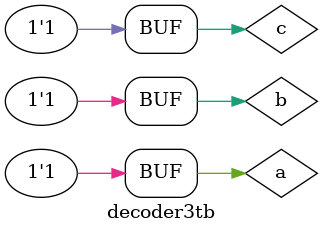
<source format=v>
`timescale 1ns / 1ps


module decoder3tb;

	// Inputs
	reg a;
	reg b;
	reg c;

	// Outputs
	wire [7:0] dout;

	// Instantiate the Unit Under Test (UUT)
	decoder3 uut (
		.a(a), 
		.b(b), 
		.c(c), 
		.dout(dout)
	);

	initial begin
	$monitor("$time=%g,a=%b,b=%b,c=%b,dout=%dout",$time,a,b,c,dout);
	end
	initial begin
		// Initialize Inputs
		a = 0;
		b = 0;
		c = 0;

		// Wait 100 ns for global reset to finish
		#100;a = 0;
		b = 0;
		c = 1;
		#100;a = 0;
		b = 1;
		c = 0;
		#100;a = 0;
		b = 1;
		c = 1;
		#100;a = 1;
		b = 0;
		c = 0;
		#100;a = 1;
		b = 0;
		c = 1;
		#100;a = 1;
		b = 1;
		c = 0;
		#100;a = 1;
		b = 1;
		c = 1;  
        
		// Add stimulus here

	end
      
endmodule


</source>
